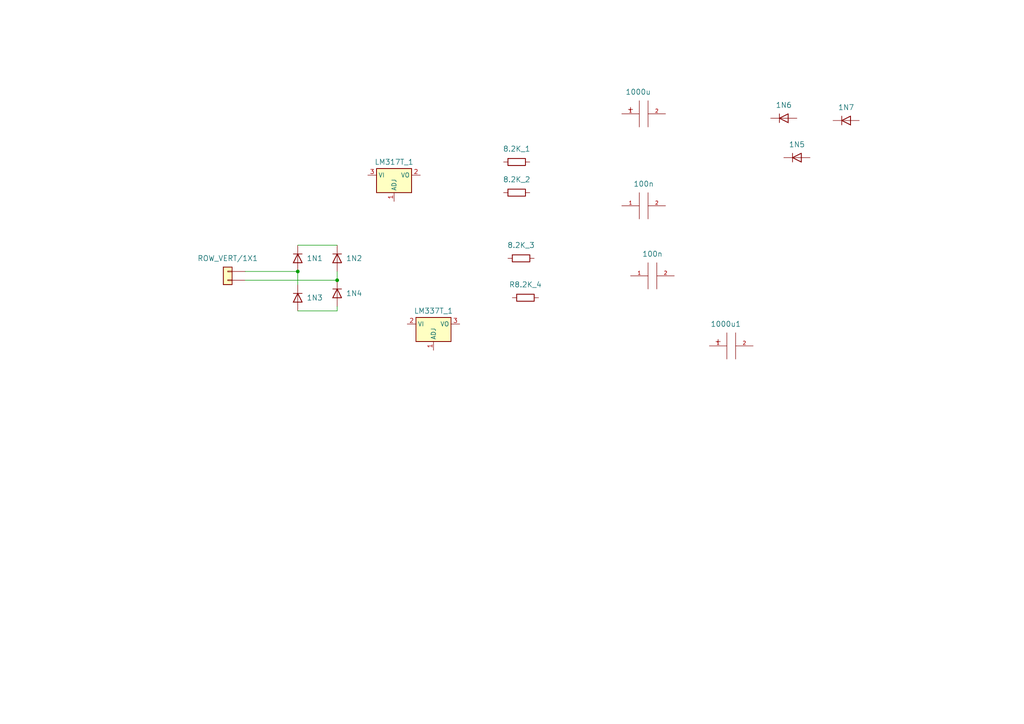
<source format=kicad_sch>
(kicad_sch (version 20250114) (generator "eeschema") (generator_version "9.0")
  (paper "A4")
  (lib_symbols
    (symbol "VAMK_ANA:LM317T_TO220_1.5A"
      (property "Reference" "LM317T_" (at 1.27 8.89 0))
      (symbol "LM317T_TO220_1.5A_1_1"
        (rectangle (start -5.08 3.175) (end 5.08 -3.81) (stroke (width 0.254)) (fill (type background)))
        (pin power_in line (at -7.62 1.27 0) (length 2.54) (name "VI") (number "3"))
        (pin input line (at 0 -6.35 90) (length 2.54) (name "ADJ") (number "1"))
        (pin power_out line (at 7.62 1.27 180) (length 2.54) (name "VO") (number "2"))
      )
    )
    (symbol "VAMK_ANA:LM337T_TO220_1.5A"
      (property "Reference" "LM337T_" (at 1.27 8.89 0))
      (symbol "LM337T_TO220_1.5A_1_1"
        (rectangle (start -5.08 3.175) (end 5.08 -3.81) (stroke (width 0.254)) (fill (type background)))
        (pin power_in line (at -7.62 1.27 0) (length 2.54) (name "VI") (number "2"))
        (pin input line (at 0 -6.35 90) (length 2.54) (name "ADJ") (number "1"))
        (pin power_out line (at 7.62 1.27 180) (length 2.54) (name "VO") (number "3"))
      )
    )
    (symbol "VAMK_C:1000UF_50V_ELE" (pin_names (offset 0))
      (property "Reference" "C" (at 0 7.62 0))
      (symbol "1000UF_50V_ELE_1_1"
        (polyline (pts (xy -3.81 1.905) (xy -3.81 0.635) (xy -3.81 1.27) (xy -4.445 1.27) (xy -3.81 1.27) (xy -3.175 1.27) (xy -3.81 1.27)))
        (polyline (pts (xy -1.27 -3.81) (xy -1.27 3.81)))
        (polyline (pts (xy 1.27 -3.81) (xy 1.27 3.81)))
        (pin passive line (at -6.35 0 0) (length 5.08) (name "~") (number "1"))
        (pin passive line (at 6.35 0 180) (length 5.08) (name "~") (number "2"))
      )
    )
    (symbol "VAMK_CON:ROW_VERT_1X2" (pin_numbers (hide yes)) (pin_names (offset 0) (hide yes))
      (property "Reference" "ROW_VERT/1X2" (at 15.24 5.08 0))
      (symbol "ROW_VERT_1X2_1_1"
        (rectangle (start -1.27 1.27) (end 1.27 -3.81) (stroke (width 0.254)) (fill (type background)))
        (rectangle (start -1.27 0.127) (end 0 -0.127) (stroke (width 0.1524)))
        (rectangle (start -1.27 -2.413) (end 0 -2.667) (stroke (width 0.1524)))
        (pin passive line (at -5.08 0 0) (length 3.81) (name "Pin_1") (number "1"))
        (pin passive line (at -5.08 -2.54 0) (length 3.81) (name "Pin_2") (number "2"))
      )
    )
    (symbol "VAMK_C_SMD:100NF_50V_CER" (pin_names (offset 0))
      (property "Reference" "C" (at 0 7.62 0))
      (symbol "100NF_50V_CER_1_1"
        (polyline (pts (xy -1.27 -3.81) (xy -1.27 3.81)))
        (polyline (pts (xy 1.27 -3.81) (xy 1.27 3.81)))
        (pin passive line (at -6.35 0 0) (length 5.08) (name "~") (number "1"))
        (pin passive line (at 6.35 0 180) (length 5.08) (name "~") (number "2"))
      )
    )
    (symbol "VAMK_D:1N4007" (pin_numbers (hide yes)) (pin_names (offset 0) (hide yes))
      (property "Reference" "1N4007" (at 0 7.62 0))
      (symbol "1N4007_0_1"
        (polyline (pts (xy -1.27 1.27) (xy -1.27 -1.27)) (stroke (width 0.2032)))
      )
      (symbol "1N4007_1_1"
        (polyline (pts (xy 1.27 0) (xy -1.27 0)))
        (polyline (pts (xy 1.27 -1.27) (xy 1.27 1.27) (xy -1.27 0) (xy 1.27 -1.27)) (stroke (width 0.254)))
        (pin passive line (at -3.81 0 0) (length 2.54) (name "K") (number "1"))
        (pin passive line (at 3.81 0 180) (length 2.54) (name "A") (number "2"))
      )
    )
    (symbol "VAMK_R_SMD:8.2k" (pin_numbers (hide yes)) (pin_names (offset 0) (hide yes))
      (property "Reference" "R" (at 0 0 0))
      (symbol "8.2k_1_1"
        (rectangle (start 2.54 -1.016) (end -2.54 1.016) (stroke (width 0.254)))
        (pin passive line (at -3.81 0 0) (length 1.27) (name "~") (number "1"))
        (pin passive line (at 3.81 0 180) (length 1.27) (name "~") (number "2"))
      )
    )
  )
  (junction (at 86.36 78.74))
  (junction (at 97.79 81.28))
  (wire (pts (xy 97.79 90.17) (xy 97.79 88.9)))
  (wire (pts (xy 86.36 71.12) (xy 97.79 71.12)))
  (wire (pts (xy 86.36 78.74) (xy 86.36 82.55)))
  (wire (pts (xy 86.36 90.17) (xy 97.79 90.17)))
  (wire (pts (xy 71.12 81.28) (xy 97.79 81.28)))
  (wire (pts (xy 97.79 78.74) (xy 97.79 81.28)))
  (wire (pts (xy 71.12 78.74) (xy 86.36 78.74)))
  (symbol (lib_id "VAMK_D:1N4007") (at 97.79 85.09 270) (unit 1)
    (property "Reference" "1N4" (at 100.33 85.0899 90) (effects (font (size 1.524 1.524)) (justify left)))
    (property "Value" "1N4007" (effects (hide yes)))
    (property "Footprint" "VAMK_D:DO41" (effects (hide yes)))
    (property "Datasheet" "\"\"" (effects (hide yes)))
    (property "Description" "Silicon Rectifier" (effects (hide yes)))
    (property "Storing Location" "2.8.1.2" (effects (hide yes)))
    (property "Voltage Rating" "1000V" (effects (hide yes)))
    (property "Order Number Elfa" "70-005-16" (effects (hide yes)))
    (property "Order Number Farnell" "9565051" (effects (hide yes)))
  )
  (symbol (lib_id "VAMK_D:1N4007") (at 97.79 74.93 270) (unit 1)
    (property "Reference" "1N2" (at 100.33 74.9299 90) (effects (font (size 1.524 1.524)) (justify left)))
    (property "Value" "1N4007" (effects (hide yes)))
    (property "Footprint" "VAMK_D:DO41" (effects (hide yes)))
    (property "Datasheet" "\"\"" (effects (hide yes)))
    (property "Description" "Silicon Rectifier" (effects (hide yes)))
    (property "Storing Location" "2.8.1.2" (effects (hide yes)))
    (property "Voltage Rating" "1000V" (effects (hide yes)))
    (property "Order Number Elfa" "70-005-16" (effects (hide yes)))
    (property "Order Number Farnell" "9565051" (effects (hide yes)))
  )
  (symbol (lib_id "VAMK_D:1N4007") (at 86.36 86.36 270) (unit 1)
    (property "Reference" "1N3" (at 88.9 86.3599 90) (effects (font (size 1.524 1.524)) (justify left)))
    (property "Value" "1N4007" (effects (hide yes)))
    (property "Footprint" "VAMK_D:DO41" (effects (hide yes)))
    (property "Datasheet" "\"\"" (effects (hide yes)))
    (property "Description" "Silicon Rectifier" (effects (hide yes)))
    (property "Storing Location" "2.8.1.2" (effects (hide yes)))
    (property "Voltage Rating" "1000V" (effects (hide yes)))
    (property "Order Number Elfa" "70-005-16" (effects (hide yes)))
    (property "Order Number Farnell" "9565051" (effects (hide yes)))
  )
  (symbol (lib_id "VAMK_R_SMD:8.2k") (at 152.4 86.36 0) (unit 1)
    (property "Reference" "R8.2K_4" (at 152.4 82.55 0) (effects (font (size 1.524 1.524))))
    (property "Value" "8.2k" (effects (hide yes)))
    (property "Footprint" "VAMK_R_SMD:1206" (effects (hide yes)))
    (property "Datasheet" "\"\"" (effects (hide yes)))
    (property "Description" "8.2K/5%/0.125W" (effects (hide yes)))
    (property "Storing Location" "EC6,  SMD station" (effects (hide yes)))
    (property "Tolerance" " +-5%" (effects (hide yes)))
    (property "Order Number Farnell" "613812" (effects (hide yes)))
    (property "Blank Field" "none" (effects (hide yes)))
  )
  (symbol (lib_id "VAMK_CON:ROW_VERT_1X2") (at 66.04 81.28 180) (unit 1)
    (property "Reference" "ROW_VERT/1X1" (at 66.04 74.93 0) (effects (font (size 1.524 1.524))))
    (property "Value" "ROW_VERT_1X2" (effects (hide yes)))
    (property "Footprint" "VAMK_CON:ROW_VERT_1x2" (effects (hide yes)))
    (property "Datasheet" "\"\"" (effects (hide yes)))
    (property "Description" "Plug, Vertical Row Header" (effects (hide yes)))
    (property "Storing Location" "3.10.1.X" (effects (hide yes)))
    (property "Order Number Elfa" "43-702-19" (effects (hide yes)))
    (property "Order Numer Farnell" "329-1807" (effects (hide yes)))
  )
  (symbol (lib_id "VAMK_D:1N4007") (at 245.4139 34.9552 0) (unit 1)
    (property "Reference" "1N7" (at 245.4139 31.1452 0) (effects (font (size 1.524 1.524))))
    (property "Value" "1N4007" (effects (hide yes)))
    (property "Footprint" "VAMK_D:DO41" (effects (hide yes)))
    (property "Datasheet" "\"\"" (effects (hide yes)))
    (property "Description" "Silicon Rectifier" (effects (hide yes)))
    (property "Storing Location" "2.8.1.2" (effects (hide yes)))
    (property "Voltage Rating" "1000V" (effects (hide yes)))
    (property "Order Number Elfa" "70-005-16" (effects (hide yes)))
    (property "Order Number Farnell" "9565051" (effects (hide yes)))
  )
  (symbol (lib_id "VAMK_C:1000UF_50V_ELE") (at 186.69 33.02 0) (unit 1)
    (property "Reference" "1000u" (at 185.1025 26.67 0) (effects (font (size 1.524 1.524))))
    (property "Value" "1000UF_50V_ELE" (effects (hide yes)))
    (property "Footprint" "VAMK_C:C_P_5_0_13" (effects (hide yes)))
    (property "Datasheet" "\"\"" (effects (hide yes)))
    (property "Description" "Aluminum electrolytic capacitor" (effects (hide yes)))
    (property "Storing Location" " 2.7.1.1" (effects (hide yes)))
    (property "Prototype Name" "1000u" (effects (hide yes)))
    (property "Tolerance" " +-20%" (effects (hide yes)))
    (property "Order Number Elfa" "67-014-37" (effects (hide yes)))
  )
  (symbol (lib_id "VAMK_ANA:LM317T_TO220_1.5A") (at 114.3 52.07 0) (unit 1)
    (property "Reference" "LM317T_1" (at 114.3 46.99 0) (effects (font (size 1.524 1.524))))
    (property "Value" "LM317T_TO220_1.5A" (effects (hide yes)))
    (property "Footprint" "VAMK_ANA:TO-220" (effects (hide yes)))
    (property "Datasheet" "\"\"" (effects (hide yes)))
    (property "Description" "POSITIVE VOLTAGE REGULATOR; ADJUSTABLE" (effects (hide yes)))
    (property "Storing Location" "3.1.3.2" (effects (hide yes)))
    (property "Decal" "TO-220" (effects (hide yes)))
    (property "Order Number Elfa" "73-120-77" (effects (hide yes)))
    (property "Order Number Farnell" "9489398" (effects (hide yes)))
  )
  (symbol (lib_id "VAMK_D:1N4007") (at 86.36 74.93 270) (unit 1)
    (property "Reference" "1N1" (at 88.9 74.9299 90) (effects (font (size 1.524 1.524)) (justify left)))
    (property "Value" "1N4007" (effects (hide yes)))
    (property "Footprint" "VAMK_D:DO41" (effects (hide yes)))
    (property "Datasheet" "\"\"" (effects (hide yes)))
    (property "Description" "Silicon Rectifier" (effects (hide yes)))
    (property "Storing Location" "2.8.1.2" (effects (hide yes)))
    (property "Voltage Rating" "1000V" (effects (hide yes)))
    (property "Order Number Elfa" "70-005-16" (effects (hide yes)))
    (property "Order Number Farnell" "9565051" (effects (hide yes)))
  )
  (symbol (lib_id "VAMK_R_SMD:8.2k") (at 149.86 55.88 0) (unit 1)
    (property "Reference" "8.2K_2" (at 149.86 52.07 0) (effects (font (size 1.524 1.524))))
    (property "Value" "8.2k" (effects (hide yes)))
    (property "Footprint" "VAMK_R_SMD:1206" (effects (hide yes)))
    (property "Datasheet" "\"\"" (effects (hide yes)))
    (property "Description" "8.2K/5%/0.125W" (effects (hide yes)))
    (property "Storing Location" "EC6,  SMD station" (effects (hide yes)))
    (property "Tolerance" " +-5%" (effects (hide yes)))
    (property "Order Number Farnell" "613812" (effects (hide yes)))
    (property "Blank Field" "none" (effects (hide yes)))
  )
  (symbol (lib_id "VAMK_R_SMD:8.2k") (at 151.13 74.93 0) (unit 1)
    (property "Reference" "8.2K_3" (at 151.13 71.12 0) (effects (font (size 1.524 1.524))))
    (property "Value" "8.2k" (effects (hide yes)))
    (property "Footprint" "VAMK_R_SMD:1206" (effects (hide yes)))
    (property "Datasheet" "\"\"" (effects (hide yes)))
    (property "Description" "8.2K/5%/0.125W" (effects (hide yes)))
    (property "Storing Location" "EC6,  SMD station" (effects (hide yes)))
    (property "Tolerance" " +-5%" (effects (hide yes)))
    (property "Order Number Farnell" "613812" (effects (hide yes)))
    (property "Blank Field" "none" (effects (hide yes)))
  )
  (symbol (lib_id "VAMK_D:1N4007") (at 231.14 45.72 0) (unit 1)
    (property "Reference" "1N5" (at 231.14 41.91 0) (effects (font (size 1.524 1.524))))
    (property "Value" "1N4007" (effects (hide yes)))
    (property "Footprint" "VAMK_D:DO41" (effects (hide yes)))
    (property "Datasheet" "\"\"" (effects (hide yes)))
    (property "Description" "Silicon Rectifier" (effects (hide yes)))
    (property "Storing Location" "2.8.1.2" (effects (hide yes)))
    (property "Voltage Rating" "1000V" (effects (hide yes)))
    (property "Order Number Elfa" "70-005-16" (effects (hide yes)))
    (property "Order Number Farnell" "9565051" (effects (hide yes)))
  )
  (symbol (lib_id "VAMK_C_SMD:100NF_50V_CER") (at 186.69 59.69 0) (unit 1)
    (property "Reference" "100n" (at 186.69 53.34 0) (effects (font (size 1.524 1.524))))
    (property "Value" "100NF_50V_CER" (effects (hide yes)))
    (property "Footprint" "VAMK_C_SMD:C1206" (effects (hide yes)))
    (property "Datasheet" "\"\"" (effects (hide yes)))
    (property "Description" "Multilayer ceramic SMD capacitor" (effects (hide yes)))
    (property "Storing Location" " EC6, SMD station" (effects (hide yes)))
    (property "Tolerance" " +-10%" (effects (hide yes)))
    (property "Order Number Elfa" "65-776-88" (effects (hide yes)))
    (property "Prototype Name" "100n" (effects (hide yes)))
  )
  (symbol (lib_id "VAMK_R_SMD:8.2k") (at 149.86 46.99 0) (unit 1)
    (property "Reference" "8.2K_1" (at 149.86 43.18 0) (effects (font (size 1.524 1.524))))
    (property "Value" "8.2k" (effects (hide yes)))
    (property "Footprint" "VAMK_R_SMD:1206" (effects (hide yes)))
    (property "Datasheet" "\"\"" (effects (hide yes)))
    (property "Description" "8.2K/5%/0.125W" (effects (hide yes)))
    (property "Storing Location" "EC6,  SMD station" (effects (hide yes)))
    (property "Tolerance" " +-5%" (effects (hide yes)))
    (property "Order Number Farnell" "613812" (effects (hide yes)))
    (property "Blank Field" "none" (effects (hide yes)))
  )
  (symbol (lib_id "VAMK_C_SMD:100NF_50V_CER") (at 189.23 80.01 0) (unit 1)
    (property "Reference" "100n" (at 189.23 73.66 0) (effects (font (size 1.524 1.524))))
    (property "Value" "100NF_50V_CER" (effects (hide yes)))
    (property "Footprint" "VAMK_C_SMD:C1206" (effects (hide yes)))
    (property "Datasheet" "\"\"" (effects (hide yes)))
    (property "Description" "Multilayer ceramic SMD capacitor" (effects (hide yes)))
    (property "Storing Location" " EC6, SMD station" (effects (hide yes)))
    (property "Tolerance" " +-10%" (effects (hide yes)))
    (property "Order Number Elfa" "65-776-88" (effects (hide yes)))
    (property "Prototype Name" "100n" (effects (hide yes)))
  )
  (symbol (lib_id "VAMK_C:1000UF_50V_ELE") (at 212.09 100.33 0) (unit 1)
    (property "Reference" "1000u1" (at 210.5025 93.98 0) (effects (font (size 1.524 1.524))))
    (property "Value" "1000UF_50V_ELE" (effects (hide yes)))
    (property "Footprint" "VAMK_C:C_P_5_0_13" (effects (hide yes)))
    (property "Datasheet" "\"\"" (effects (hide yes)))
    (property "Description" "Aluminum electrolytic capacitor" (effects (hide yes)))
    (property "Storing Location" " 2.7.1.1" (effects (hide yes)))
    (property "Prototype Name" "1000u" (effects (hide yes)))
    (property "Tolerance" " +-20%" (effects (hide yes)))
    (property "Order Number Elfa" "67-014-37" (effects (hide yes)))
  )
  (symbol (lib_id "VAMK_D:1N4007") (at 227.33 34.29 0) (unit 1)
    (property "Reference" "1N6" (at 227.33 30.48 0) (effects (font (size 1.524 1.524))))
    (property "Value" "1N4007" (effects (hide yes)))
    (property "Footprint" "VAMK_D:DO41" (effects (hide yes)))
    (property "Datasheet" "\"\"" (effects (hide yes)))
    (property "Description" "Silicon Rectifier" (effects (hide yes)))
    (property "Storing Location" "2.8.1.2" (effects (hide yes)))
    (property "Voltage Rating" "1000V" (effects (hide yes)))
    (property "Order Number Elfa" "70-005-16" (effects (hide yes)))
    (property "Order Number Farnell" "9565051" (effects (hide yes)))
  )
  (symbol (lib_id "VAMK_ANA:LM337T_TO220_1.5A") (at 125.73 95.25 0) (unit 1)
    (property "Reference" "LM337T_1" (at 125.73 90.17 0) (effects (font (size 1.524 1.524))))
    (property "Value" "LM337T_TO220_1.5A" (effects (hide yes)))
    (property "Footprint" "VAMK_ANA:TO-220" (effects (hide yes)))
    (property "Datasheet" "\"\"" (effects (hide yes)))
    (property "Description" "NEGATIVE VOLTAGE REGULATOR;ADJUSTABLE" (effects (hide yes)))
    (property "Storing Location" "3.2.1.2" (effects (hide yes)))
    (property "Decal" "TO-92" (effects (hide yes)))
    (property "Order Number Elfa" "73-124-73" (effects (hide yes)))
    (property "Order Number Farnell" "9489401" (effects (hide yes)))
  )
)
</source>
